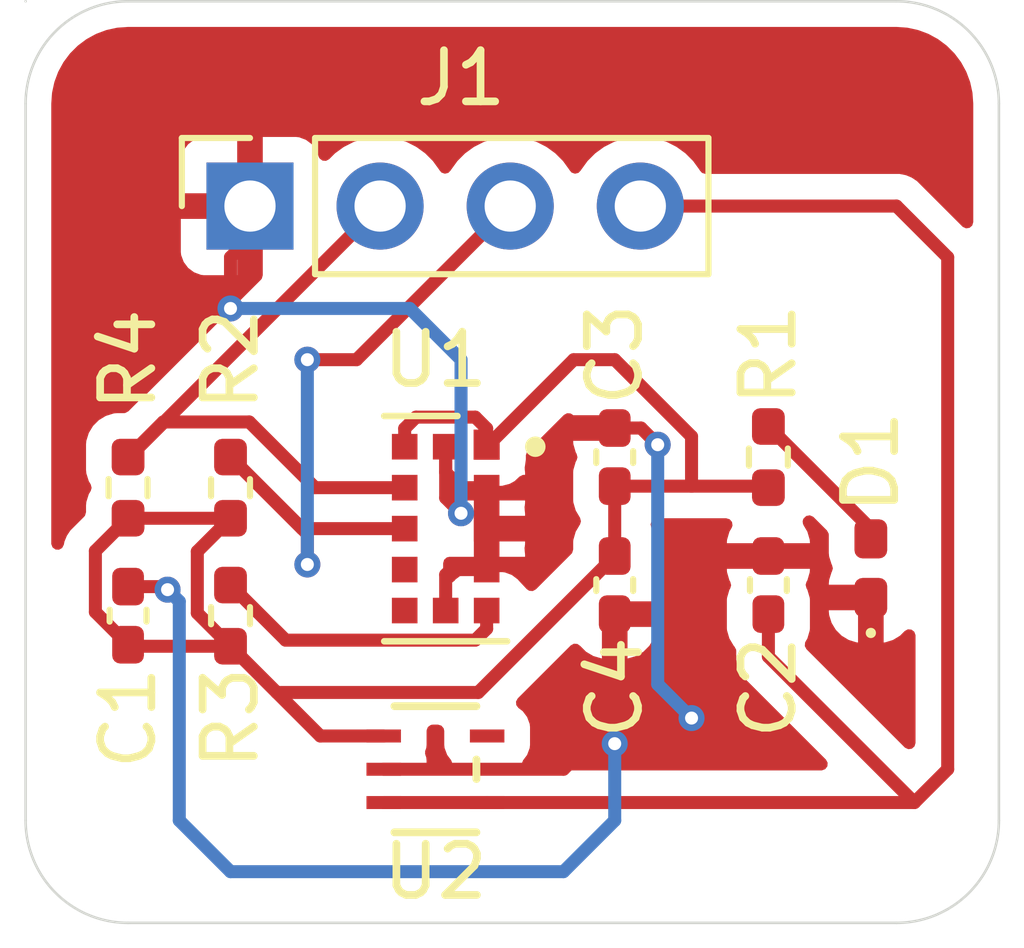
<source format=kicad_pcb>
(kicad_pcb (version 20241229) (generator "pcbnew") (generator_version "9.0")
  (layers (0 "F.Cu" signal) (2 "B.Cu" signal) (13 "F.Paste" user) (15 "B.Paste" user) (5 "F.SilkS" user "F.Silkscreen") (7 "B.SilkS" user "B.Silkscreen") (1 "F.Mask" user) (3 "B.Mask" user) (25 "Edge.Cuts" user))
  (net 0 "")
  (net 1 "2.8V")
  (net 2 "VCC")
  (net 3 "Net-(D1-A)")
  (net 4 "Net-(U1-XSHUT)")
  (net 8 "/SCL")
  (net 9 "/SDA")
  (net 10 "GND")
  (footprint "Capacitor_SMD:C_0402_1005Metric_Pad0.74x0.62mm_HandSolder" (layer "F.Cu") (at 167.5 71.4025 90)
    (property "Reference" "C2" (at -2 0 90) (layer "F.SilkS"))
    (property "Value" "1µF" (hide yes))
    (fp_line (start -0.115835 -0.36) (end 0.115835 -0.36) (stroke (width 0.12)) (layer "F.SilkS"))
    (fp_line (start -0.115835 0.36) (end 0.115835 0.36) (stroke (width 0.12)) (layer "F.SilkS"))
    (pad "1" smd roundrect (at -0.5675 0 90) (size 0.735 0.62) (layers "F.Cu" "F.Mask" "F.Paste") (net 2 "VCC"))
    (pad "2" smd roundrect (at 0.5675 0 90) (size 0.735 0.62) (layers "F.Cu" "F.Mask" "F.Paste") (net 10 "GND"))
  )
  (footprint "Connector_PinSocket_2.54mm:PinSocket_1x04_P2.54mm_Vertical" (layer "F.Cu") (at 157.38 64 90)
    (property "Reference" "J1" (at 2.5 4.12 0) (layer "F.SilkS"))
    (property "Value" "Conn_01x04_Pin" (hide yes))
    (fp_line (start 1.33 -1.33) (end 1.33 0) (stroke (width 0.12)) (layer "F.SilkS"))
    (fp_line (start 0 -1.33) (end 1.33 -1.33) (stroke (width 0.12)) (layer "F.SilkS"))
    (fp_line (start 1.33 1.27) (end 1.33 8.95) (stroke (width 0.12)) (layer "F.SilkS"))
    (fp_line (start -1.33 1.27) (end 1.33 1.27) (stroke (width 0.12)) (layer "F.SilkS"))
    (fp_line (start -1.33 1.27) (end -1.33 8.95) (stroke (width 0.12)) (layer "F.SilkS"))
    (fp_line (start -1.33 8.95) (end 1.33 8.95) (stroke (width 0.12)) (layer "F.SilkS"))
    (pad "1" thru_hole rect (at 0 0 90) (size 1.7 1.7) (drill 1) (layers "*.Cu" "*.Mask") (net 10 "GND"))
    (pad "2" thru_hole circle (at 0 2.54 90) (size 1.7 1.7) (drill 1) (layers "*.Cu" "*.Mask") (net 8 "/SCL"))
    (pad "3" thru_hole circle (at 0 5.08 90) (size 1.7 1.7) (drill 1) (layers "*.Cu" "*.Mask") (net 9 "/SDA"))
    (pad "4" thru_hole circle (at 0 7.62 90) (size 1.7 1.7) (drill 1) (layers "*.Cu" "*.Mask") (net 2 "VCC"))
  )
  (footprint "Capacitor_SMD:C_0402_1005Metric_Pad0.74x0.62mm_HandSolder" (layer "F.Cu") (at 164.5 68.9025 90)
    (property "Reference" "C3" (at 2 0 90) (layer "F.SilkS"))
    (property "Value" "100nF" (hide yes))
    (fp_line (start -0.115835 -0.36) (end 0.115835 -0.36) (stroke (width 0.12)) (layer "F.SilkS"))
    (fp_line (start -0.115835 0.36) (end 0.115835 0.36) (stroke (width 0.12)) (layer "F.SilkS"))
    (pad "1" smd roundrect (at -0.5675 0 90) (size 0.735 0.62) (layers "F.Cu" "F.Mask" "F.Paste") (net 1 "2.8V"))
    (pad "2" smd roundrect (at 0.5675 0 90) (size 0.735 0.62) (layers "F.Cu" "F.Mask" "F.Paste") (net 10 "GND"))
  )
  (footprint "Resistor_SMD:R_0402_1005Metric_Pad0.72x0.64mm_HandSolder" (layer "F.Cu") (at 157 69.5 -90)
    (property "Reference" "R2" (at -2.5 0 90) (layer "F.SilkS"))
    (property "Value" "10kΩ" (hide yes))
    (fp_line (start -0.167621 0.38) (end 0.167621 0.38) (stroke (width 0.12)) (layer "F.SilkS"))
    (fp_line (start -0.167621 -0.38) (end 0.167621 -0.38) (stroke (width 0.12)) (layer "F.SilkS"))
    (pad "1" smd roundrect (at -0.5975 0 270) (size 0.715 0.64) (layers "F.Cu" "F.Mask" "F.Paste") (net 9 "/SDA"))
    (pad "2" smd roundrect (at 0.5975 0 270) (size 0.715 0.64) (layers "F.Cu" "F.Mask" "F.Paste") (net 1 "2.8V"))
  )
  (footprint "Resistor_SMD:R_0402_1005Metric_Pad0.72x0.64mm_HandSolder" (layer "F.Cu") (at 167.5 68.9025 90)
    (property "Reference" "R1" (at 2 0 90) (layer "F.SilkS"))
    (property "Value" "1kΩ" (hide yes))
    (fp_line (start -0.167621 -0.38) (end 0.167621 -0.38) (stroke (width 0.12)) (layer "F.SilkS"))
    (fp_line (start -0.167621 0.38) (end 0.167621 0.38) (stroke (width 0.12)) (layer "F.SilkS"))
    (pad "1" smd roundrect (at -0.5975 0 90) (size 0.715 0.64) (layers "F.Cu" "F.Mask" "F.Paste") (net 1 "2.8V"))
    (pad "2" smd roundrect (at 0.5975 0 90) (size 0.715 0.64) (layers "F.Cu" "F.Mask" "F.Paste") (net 3 "Net-(D1-A)"))
  )
  (footprint "L3KicadFoot:SC-70_C5_MCH-L" (layer "F.Cu") (at 161 75)
    (property "Reference" "U2" (at 0 2 0) (layer "F.SilkS"))
    (property "Value" "MIC5376-2.8YMT-TZ" (hide yes))
    (fp_line (start -0.8001 1.2319) (end 0.8001 1.2319) (stroke (width 0.1524)) (layer "F.SilkS"))
    (fp_line (start 0.8001 -1.2319) (end -0.8001 -1.2319) (stroke (width 0.1524)) (layer "F.SilkS"))
    (fp_line (start 0.8001 0.190259) (end 0.8001 -0.190259) (stroke (width 0.1524)) (layer "F.SilkS"))
    (pad "1" smd rect (at -1.00965 -0.649999) (size 0.6731 0.254) (layers "F.Cu" "F.Mask" "F.Paste") (net 1 "2.8V"))
    (pad "2" smd rect (at -1.00965 0) (size 0.6731 0.254) (layers "F.Cu" "F.Mask" "F.Paste") (net 10 "GND"))
    (pad "3" smd rect (at -1.00965 0.649999) (size 0.6731 0.254) (layers "F.Cu" "F.Mask" "F.Paste") (net 2 "VCC"))
    (pad "4" smd rect (at 1.00965 0.649999) (size 0.6731 0.254) (layers "F.Cu" "F.Mask" "F.Paste") (net 2 "VCC"))
    (pad "5" smd rect (at 1.00965 -0.649999) (size 0.6731 0.254) (layers "F.Cu" "F.Mask" "F.Paste"))
  )
  (footprint "Resistor_SMD:R_0402_1005Metric_Pad0.72x0.64mm_HandSolder" (layer "F.Cu") (at 155 69.5 90)
    (property "Reference" "R4" (at 2.5 0 90) (layer "F.SilkS"))
    (property "Value" "10kΩ" (hide yes))
    (fp_line (start -0.167621 -0.38) (end 0.167621 -0.38) (stroke (width 0.12)) (layer "F.SilkS"))
    (fp_line (start -0.167621 0.38) (end 0.167621 0.38) (stroke (width 0.12)) (layer "F.SilkS"))
    (pad "1" smd roundrect (at -0.5975 0 90) (size 0.715 0.64) (layers "F.Cu" "F.Mask" "F.Paste") (net 1 "2.8V"))
    (pad "2" smd roundrect (at 0.5975 0 90) (size 0.715 0.64) (layers "F.Cu" "F.Mask" "F.Paste") (net 8 "/SCL"))
  )
  (footprint "LED_SMD:LED_0402_1005Metric_Pad0.77x0.64mm_HandSolder" (layer "F.Cu") (at 169.5 71.0725 90)
    (property "Reference" "D1" (at 2.0725 0 90) (layer "F.SilkS"))
    (property "Value" "LED" (hide yes))
    (fp_circle (center -1.265 0) (end -1.215 0) (stroke (width 0.1)) (fill no) (layer "F.SilkS"))
    (pad "1" smd roundrect (at -0.5725 0 90) (size 0.765 0.64) (layers "F.Cu" "F.Mask" "F.Paste") (net 10 "GND"))
    (pad "2" smd roundrect (at 0.5725 0 90) (size 0.765 0.64) (layers "F.Cu" "F.Mask" "F.Paste") (net 3 "Net-(D1-A)"))
  )
  (footprint "Capacitor_SMD:C_0402_1005Metric_Pad0.74x0.62mm_HandSolder" (layer "F.Cu") (at 164.5 71.4025 90)
    (property "Reference" "C4" (at -2 0 90) (layer "F.SilkS"))
    (property "Value" "4.7µF" (hide yes))
    (fp_line (start -0.115835 -0.36) (end 0.115835 -0.36) (stroke (width 0.12)) (layer "F.SilkS"))
    (fp_line (start -0.115835 0.36) (end 0.115835 0.36) (stroke (width 0.12)) (layer "F.SilkS"))
    (pad "1" smd roundrect (at -0.5675 0 90) (size 0.735 0.62) (layers "F.Cu" "F.Mask" "F.Paste") (net 10 "GND"))
    (pad "2" smd roundrect (at 0.5675 0 90) (size 0.735 0.62) (layers "F.Cu" "F.Mask" "F.Paste") (net 1 "2.8V"))
  )
  (footprint "Capacitor_SMD:C_0402_1005Metric_Pad0.74x0.62mm_HandSolder" (layer "F.Cu") (at 155 72 90)
    (property "Reference" "C1" (at -2 0 90) (layer "F.SilkS"))
    (property "Value" "1µF" (hide yes))
    (fp_line (start -0.115835 -0.36) (end 0.115835 -0.36) (stroke (width 0.12)) (layer "F.SilkS"))
    (fp_line (start -0.115835 0.36) (end 0.115835 0.36) (stroke (width 0.12)) (layer "F.SilkS"))
    (pad "1" smd roundrect (at -0.5675 0 90) (size 0.735 0.62) (layers "F.Cu" "F.Mask" "F.Paste") (net 1 "2.8V"))
    (pad "2" smd roundrect (at 0.5675 0 90) (size 0.735 0.62) (layers "F.Cu" "F.Mask" "F.Paste") (net 10 "GND"))
  )
  (footprint "L3KicadFoot:XCDR_VL53L4CXV0DH_1" (layer "F.Cu") (at 161.2 70.3 90)
    (property "Reference" "U1" (at 3.3 -0.2 180) (layer "F.SilkS"))
    (property "Value" "VL53L4CXV0DH_1" (hide yes))
    (fp_line (start 2.2 -1.2) (end 2.2 0.23) (stroke (width 0.127)) (layer "F.SilkS"))
    (fp_line (start -2.2 1.2) (end -2.2 -1.2) (stroke (width 0.127)) (layer "F.SilkS"))
    (fp_circle (center 1.6 1.75) (end 1.7 1.75) (stroke (width 0.2)) (fill no) (layer "F.SilkS"))
    (pad "1" smd custom (at 1.6 0.8 90) (size 0.25 0.25) (layers "F.Cu") (net 1 "2.8V") (options (clearance outline) (anchor rect)) (primitives (gr_poly (pts (xy 0.33 -0.25) (xy -0.25 -0.25) (xy -0.25 0.25) (xy 0.25 0.25) (xy 0.25 0) (xy 0.33 0)) (width 0.01) (fill yes))))
    (pad "2" smd rect (at 0.8 0.8 90) (size 0.5 0.5) (layers "F.Cu" "F.Mask" "F.Paste") (net 10 "GND"))
    (pad "3" smd rect (at 0 0.8 90) (size 0.5 0.5) (layers "F.Cu" "F.Mask" "F.Paste") (net 10 "GND"))
    (pad "4" smd rect (at -0.8 0.8 90) (size 0.5 0.5) (layers "F.Cu" "F.Mask" "F.Paste") (net 10 "GND"))
    (pad "5" smd rect (at -1.6 0.8 90) (size 0.5 0.5) (layers "F.Cu" "F.Mask" "F.Paste") (net 4 "Net-(U1-XSHUT)"))
    (pad "6" smd rect (at -1.6 0 90) (size 0.5 0.5) (layers "F.Cu" "F.Mask" "F.Paste") (net 10 "GND"))
    (pad "7" smd rect (at -1.6 -0.8 90) (size 0.5 0.5) (layers "F.Cu" "F.Mask" "F.Paste"))
    (pad "8" smd rect (at -0.8 -0.8 90) (size 0.5 0.5) (layers "F.Cu" "F.Mask" "F.Paste"))
    (pad "9" smd rect (at 0 -0.8 90) (size 0.5 0.5) (layers "F.Cu" "F.Mask" "F.Paste") (net 9 "/SDA"))
    (pad "10" smd rect (at 0.8 -0.8 90) (size 0.5 0.5) (layers "F.Cu" "F.Mask" "F.Paste") (net 8 "/SCL"))
    (pad "11" smd rect (at 1.6 -0.8 90) (size 0.5 0.5) (layers "F.Cu" "F.Mask" "F.Paste") (net 1 "2.8V"))
    (pad "12" smd rect (at 1.6 0 90) (size 0.5 0.5) (layers "F.Cu" "F.Mask" "F.Paste") (net 10 "GND"))
  )
  (footprint "Resistor_SMD:R_0402_1005Metric_Pad0.72x0.64mm_HandSolder" (layer "F.Cu") (at 157 72 90)
    (property "Reference" "R3" (at -2 0 90) (layer "F.SilkS"))
    (property "Value" "10kΩ" (hide yes))
    (fp_line (start -0.167621 -0.38) (end 0.167621 -0.38) (stroke (width 0.12)) (layer "F.SilkS"))
    (fp_line (start -0.167621 0.38) (end 0.167621 0.38) (stroke (width 0.12)) (layer "F.SilkS"))
    (pad "1" smd roundrect (at -0.5975 0 90) (size 0.715 0.64) (layers "F.Cu" "F.Mask" "F.Paste") (net 1 "2.8V"))
    (pad "2" smd roundrect (at 0.5975 0 90) (size 0.715 0.64) (layers "F.Cu" "F.Mask" "F.Paste") (net 4 "Net-(U1-XSHUT)"))
  )
  (gr_arc (start 155 78) (mid 153.585786 77.414214) (end 153 76) (stroke (width 0.05)) (layer "Edge.Cuts"))
  (gr_line (start 153 60) (end 153 60) (stroke (width 0.05)) (layer "Edge.Cuts"))
  (gr_line (start 155 60) (end 170 60) (stroke (width 0.05)) (layer "Edge.Cuts"))
  (gr_line (start 153 76) (end 153 62) (stroke (width 0.05)) (layer "Edge.Cuts"))
  (gr_line (start 172 62) (end 172 76) (stroke (width 0.05)) (layer "Edge.Cuts"))
  (gr_line (start 170 78) (end 155 78) (stroke (width 0.05)) (layer "Edge.Cuts"))
  (gr_arc (start 153 62) (mid 153.585786 60.585786) (end 155 60) (stroke (width 0.05)) (layer "Edge.Cuts"))
  (gr_arc (start 170 60) (mid 171.414214 60.585786) (end 172 62) (stroke (width 0.05)) (layer "Edge.Cuts"))
  (gr_arc (start 172 76) (mid 171.414214 77.414214) (end 170 78) (stroke (width 0.05)) (layer "Edge.Cuts"))
  (segment (start 154.362 71.9295) (end 154.362 70.7355) (width 0.254) (layer "F.Cu") (net 1))
  (segment (start 157.9025 73.5) (end 157 72.5975) (width 0.254) (layer "F.Cu") (net 1))
  (segment (start 154.362 70.7355) (end 155 70.0975) (width 0.254) (layer "F.Cu") (net 1))
  (segment (start 160.622 68.122) (end 161.778 68.122) (width 0.254) (layer "F.Cu") (net 1))
  (segment (start 155 72.5675) (end 154.362 71.9295) (width 0.254) (layer "F.Cu") (net 1))
  (segment (start 155 70.0975) (end 157 70.0975) (width 0.254) (layer "F.Cu") (net 1))
  (segment (start 157 70.0975) (end 156.352 70.7455) (width 0.254) (layer "F.Cu") (net 1))
  (segment (start 160.4 68.344) (end 160.622 68.122) (width 0.254) (layer "F.Cu") (net 1))
  (segment (start 161.778 68.122) (end 162 68.344) (width 0.254) (layer "F.Cu") (net 1))
  (segment (start 159.99035 74.350001) (end 158.752501 74.350001) (width 0.254) (layer "F.Cu") (net 1))
  (segment (start 156.352 71.9495) (end 157 72.5975) (width 0.254) (layer "F.Cu") (net 1))
  (segment (start 162 68.7) (end 163.7 67) (width 0.254) (layer "F.Cu") (net 1))
  (segment (start 166 68.5) (end 166 69.47) (width 0.254) (layer "F.Cu") (net 1))
  (segment (start 157.9025 73.5) (end 161.835 73.5) (width 0.254) (layer "F.Cu") (net 1))
  (segment (start 157 72.5975) (end 155.03 72.5975) (width 0.254) (layer "F.Cu") (net 1))
  (segment (start 158.752501 74.350001) (end 157.9025 73.5) (width 0.254) (layer "F.Cu") (net 1))
  (segment (start 161.835 73.5) (end 164.5 70.835) (width 0.254) (layer "F.Cu") (net 1))
  (segment (start 163.7 67) (end 164.5 67) (width 0.254) (layer "F.Cu") (net 1))
  (segment (start 167.47 69.47) (end 167.5 69.5) (width 0.254) (layer "F.Cu") (net 1))
  (segment (start 156.352 70.7455) (end 156.352 71.9495) (width 0.254) (layer "F.Cu") (net 1))
  (segment (start 164.5 67) (end 166 68.5) (width 0.254) (layer "F.Cu") (net 1))
  (segment (start 155.03 72.5975) (end 155 72.5675) (width 0.254) (layer "F.Cu") (net 1))
  (segment (start 166 69.47) (end 167.47 69.47) (width 0.254) (layer "F.Cu") (net 1))
  (segment (start 164.5 70.835) (end 164.5 69.47) (width 0.254) (layer "F.Cu") (net 1))
  (segment (start 160.4 68.7) (end 160.4 68.344) (width 0.254) (layer "F.Cu") (net 1))
  (segment (start 164.5 69.47) (end 166 69.47) (width 0.254) (layer "F.Cu") (net 1))
  (segment (start 162 68.344) (end 162 68.7) (width 0.254) (layer "F.Cu") (net 1))
  (segment (start 171 65) (end 171 75) (width 0.254) (layer "F.Cu") (net 2))
  (segment (start 171 75) (end 170.350001 75.649999) (width 0.254) (layer "F.Cu") (net 2))
  (segment (start 170.350001 75.649999) (end 162.00965 75.649999) (width 0.254) (layer "F.Cu") (net 2))
  (segment (start 170 64) (end 171 65) (width 0.254) (layer "F.Cu") (net 2))
  (segment (start 167.5 72.799998) (end 170.350001 75.649999) (width 0.254) (layer "F.Cu") (net 2))
  (segment (start 165 64) (end 170 64) (width 0.254) (layer "F.Cu") (net 2))
  (segment (start 167.5 71.97) (end 167.5 72.799998) (width 0.254) (layer "F.Cu") (net 2))
  (segment (start 159.99035 75.649999) (end 162.00965 75.649999) (width 0.254) (layer "F.Cu") (net 2))
  (segment (start 167.5 68.305) (end 169.5 70.305) (width 0.254) (layer "F.Cu") (net 3))
  (segment (start 169.5 70.305) (end 169.5 70.5) (width 0.254) (layer "F.Cu") (net 3))
  (segment (start 162 72.256) (end 161.778 72.478) (width 0.254) (layer "F.Cu") (net 4))
  (segment (start 161.778 72.478) (end 158.0755 72.478) (width 0.254) (layer "F.Cu") (net 4))
  (segment (start 158.0755 72.478) (end 157 71.4025) (width 0.254) (layer "F.Cu") (net 4))
  (segment (start 162 71.9) (end 162 72.256) (width 0.254) (layer "F.Cu") (net 4))
  (segment (start 155 68.9025) (end 155.0175 68.9025) (width 0.254) (layer "F.Cu") (net 8))
  (segment (start 155.6855 68.217) (end 155 68.9025) (width 0.254) (layer "F.Cu") (net 8))
  (segment (start 155.0175 68.9025) (end 159.92 64) (width 0.254) (layer "F.Cu") (net 8))
  (segment (start 157.36657 68.217) (end 155.6855 68.217) (width 0.254) (layer "F.Cu") (net 8))
  (segment (start 158.64957 69.5) (end 157.36657 68.217) (width 0.254) (layer "F.Cu") (net 8))
  (segment (start 160.4 69.5) (end 158.64957 69.5) (width 0.254) (layer "F.Cu") (net 8))
  (segment (start 158.5 71) (end 158.5 70.4025) (width 0.254) (layer "F.Cu") (net 9))
  (segment (start 158.3975 70.3) (end 157 68.9025) (width 0.254) (layer "F.Cu") (net 9))
  (segment (start 160.4 70.3) (end 158.3975 70.3) (width 0.254) (layer "F.Cu") (net 9))
  (segment (start 158.5 70.4025) (end 157 68.9025) (width 0.254) (layer "F.Cu") (net 9))
  (segment (start 159.46 67) (end 158.5 67) (width 0.254) (layer "F.Cu") (net 9))
  (segment (start 162.46 64) (end 160.48 65.98) (width 0.254) (layer "F.Cu") (net 9))
  (segment (start 160.48 65.98) (end 159.46 67) (width 0.254) (layer "F.Cu") (net 9))
  (via (at 158.5 71) (size 0.508) (drill 0.254) (layers "F.Cu" "B.Cu") (net 9))
  (via (at 158.5 67) (size 0.508) (drill 0.254) (layers "F.Cu" "B.Cu") (net 9))
  (segment (start 158.5 71) (end 158.5 67) (width 0.254) (layer "B.Cu") (net 9))
  (segment (start 161.2 69.7) (end 161.2 68.7) (width 0.254) (layer "F.Cu") (net 10))
  (segment (start 155.711434 71.4325) (end 155.771 71.492066) (width 0.254) (layer "F.Cu") (net 10))
  (segment (start 161.2 71.2) (end 161.3 71.1) (width 0.254) (layer "F.Cu") (net 10))
  (segment (start 161.2 68.7) (end 161.2 69.2) (width 0.254) (layer "F.Cu") (net 10))
  (segment (start 161.3 71.1) (end 162 71.1) (width 0.254) (layer "F.Cu") (net 10))
  (segment (start 161.5 69.5) (end 161.2 69.2) (width 0.254) (layer "F.Cu") (net 10))
  (segment (start 157 65) (end 157.38 64.62) (width 0.254) (layer "F.Cu") (net 10))
  (segment (start 163.5 75) (end 164 74.5) (width 0.254) (layer "F.Cu") (net 10))
  (segment (start 165.01334 68.335) (end 165.33917 68.66083) (width 0.254) (layer "F.Cu") (net 10))
  (segment (start 164.5 68.335) (end 165.01334 68.335) (width 0.254) (layer "F.Cu") (net 10))
  (segment (start 155 71.4325) (end 155.711434 71.4325) (width 0.254) (layer "F.Cu") (net 10))
  (segment (start 157 66) (end 157 65) (width 0.254) (layer "F.Cu") (net 10))
  (segment (start 157.38 64.62) (end 157.38 64) (width 0.254) (layer "F.Cu") (net 10))
  (segment (start 161.2 71.9) (end 161.2 71.2) (width 0.254) (layer "F.Cu") (net 10))
  (segment (start 159.99035 75) (end 163.5 75) (width 0.254) (layer "F.Cu") (net 10))
  (segment (start 161.104002 68.795998) (end 161.2 68.7) (width 0.254) (layer "F.Cu") (net 10))
  (segment (start 161.5 70) (end 161.2 69.7) (width 0.254) (layer "F.Cu") (net 10))
  (segment (start 162 69.5) (end 161.5 69.5) (width 0.254) (layer "F.Cu") (net 10))
  (via (at 165.33917 68.66083) (size 0.508) (drill 0.254) (layers "F.Cu" "B.Cu") (net 10))
  (via (at 157 66) (size 0.508) (drill 0.254) (layers "F.Cu" "B.Cu") (net 10))
  (via (at 166 74) (size 0.508) (drill 0.254) (layers "F.Cu" "B.Cu") (net 10))
  (via (at 164.5 74.5) (size 0.508) (drill 0.254) (layers "F.Cu" "B.Cu") (net 10))
  (via (at 161.5 70) (size 0.508) (drill 0.254) (layers "F.Cu" "B.Cu") (net 10))
  (via (at 155.771 71.492066) (size 0.508) (drill 0.254) (layers "F.Cu" "B.Cu") (net 10))
  (segment (start 165.33917 68.66083) (end 165.33917 73.33917) (width 0.254) (layer "B.Cu") (net 10))
  (segment (start 156 71.721066) (end 156 76) (width 0.254) (layer "B.Cu") (net 10))
  (segment (start 163.5 77) (end 164.5 76) (width 0.254) (layer "B.Cu") (net 10))
  (segment (start 157 66) (end 160.5 66) (width 0.254) (layer "B.Cu") (net 10))
  (segment (start 164.5 76) (end 164.5 74.5) (width 0.254) (layer "B.Cu") (net 10))
  (segment (start 155.771 71.492066) (end 156 71.721066) (width 0.254) (layer "B.Cu") (net 10))
  (segment (start 157 77) (end 163.5 77) (width 0.254) (layer "B.Cu") (net 10))
  (segment (start 161.5 67) (end 161.5 70) (width 0.254) (layer "B.Cu") (net 10))
  (segment (start 165.33917 73.33917) (end 166 74) (width 0.254) (layer "B.Cu") (net 10))
  (segment (start 156 76) (end 157 77) (width 0.254) (layer "B.Cu") (net 10))
  (segment (start 160.5 66) (end 161.5 67) (width 0.254) (layer "B.Cu") (net 10))
  (zone (net 10) (net_name "GND") (layer "F.Cu") (connect_pads (clearance 0.5)) (min_thickness 0.25) (fill yes (thermal_gap 0.5) (thermal_bridge_width 0.5))
    (polygon (pts (xy 152.5 60) (xy 172.5 60) (xy 172.5 78.5) (xy 152.5 78.5)))
  )
)
</source>
